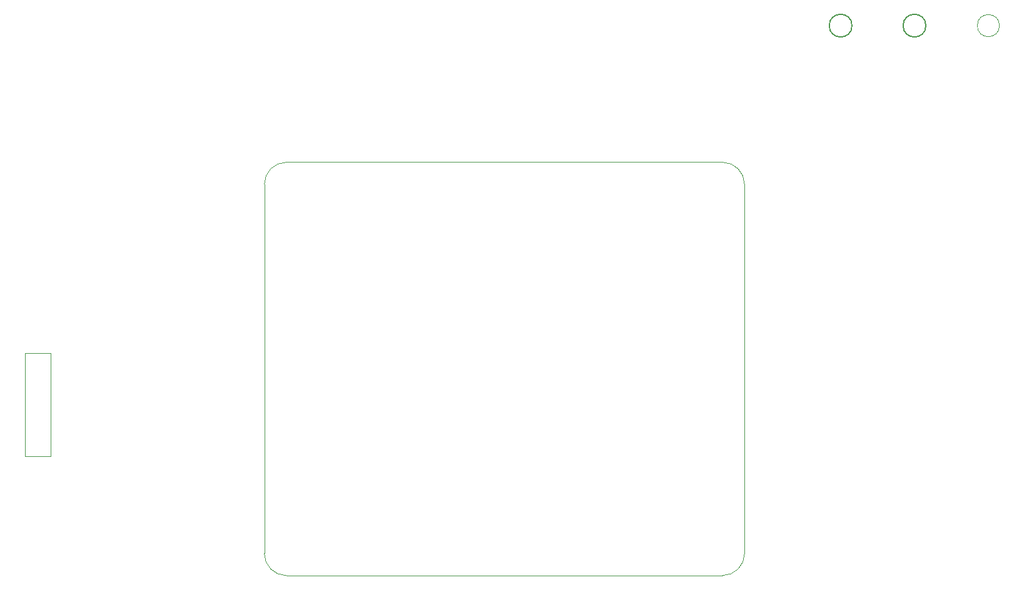
<source format=gbr>
G04 #@! TF.GenerationSoftware,KiCad,Pcbnew,9.0.4-9.0.4-0~ubuntu22.04.1*
G04 #@! TF.CreationDate,2025-09-06T14:28:08-05:00*
G04 #@! TF.ProjectId,Lab1_PCB,4c616231-5f50-4434-922e-6b696361645f,rev?*
G04 #@! TF.SameCoordinates,Original*
G04 #@! TF.FileFunction,Other,User*
%FSLAX46Y46*%
G04 Gerber Fmt 4.6, Leading zero omitted, Abs format (unit mm)*
G04 Created by KiCad (PCBNEW 9.0.4-9.0.4-0~ubuntu22.04.1) date 2025-09-06 14:28:08*
%MOMM*%
%LPD*%
G01*
G04 APERTURE LIST*
%ADD10C,0.100000*%
%ADD11C,0.050000*%
G04 #@! TA.AperFunction,Profile*
%ADD12C,0.100000*%
G04 #@! TD*
G04 APERTURE END LIST*
D10*
X25574655Y-83834655D02*
X29074655Y-83834655D01*
X29074655Y-97834655D01*
X25574655Y-97834655D01*
X25574655Y-83834655D01*
X137500000Y-39500000D02*
G75*
G02*
X134500000Y-39500000I-1500000J0D01*
G01*
X134500000Y-39500000D02*
G75*
G02*
X137500000Y-39500000I1500000J0D01*
G01*
X147500000Y-39500000D02*
G75*
G02*
X144500000Y-39500000I-1500000J0D01*
G01*
X144500000Y-39500000D02*
G75*
G02*
X147500000Y-39500000I1500000J0D01*
G01*
X157500000Y-39500000D02*
G75*
G02*
X154500000Y-39500000I-1500000J0D01*
G01*
X154500000Y-39500000D02*
G75*
G02*
X157500000Y-39500000I1500000J0D01*
G01*
D11*
X137581139Y-39500000D02*
G75*
G02*
X134418861Y-39500000I-1581139J0D01*
G01*
X134418861Y-39500000D02*
G75*
G02*
X137581139Y-39500000I1581139J0D01*
G01*
X147581139Y-39500000D02*
G75*
G02*
X144418861Y-39500000I-1581139J0D01*
G01*
X144418861Y-39500000D02*
G75*
G02*
X147581139Y-39500000I1581139J0D01*
G01*
D12*
X122999995Y-111005236D02*
G75*
G02*
X120000000Y-113999945I-2999951J5247D01*
G01*
X61000000Y-114000000D02*
X120000000Y-114000000D01*
X120000000Y-58000000D02*
G75*
G02*
X123000033Y-61000000I44J-2999989D01*
G01*
X123000000Y-111000000D02*
X123000000Y-61000000D01*
X120000000Y-58000000D02*
X61000000Y-58000000D01*
X58000000Y-61000000D02*
X58000000Y-111000000D01*
X58000000Y-61000000D02*
G75*
G02*
X61000000Y-57999945I3000044J11D01*
G01*
X61000000Y-114000000D02*
G75*
G02*
X58000033Y-111000000I44J3000011D01*
G01*
M02*

</source>
